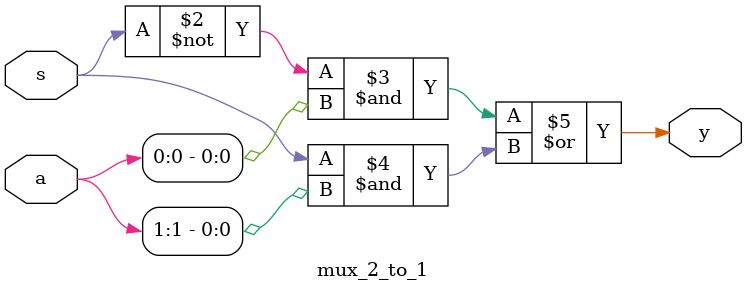
<source format=sv>
module mux_2_to_1(a,s,y);
  input [0:1]a;
  input s;
  output reg y;
  always@(a,s)
    y=((~s)&a[0]) | (s& a[1]);
endmodule
  

</source>
